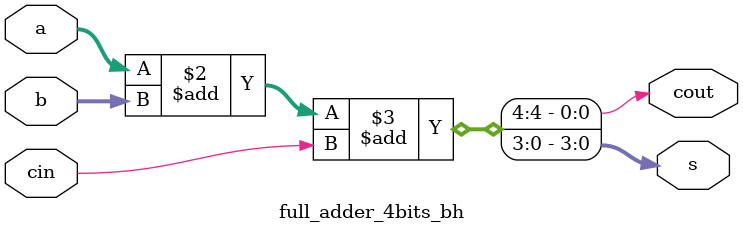
<source format=v>
module full_adder_4bits_bh(s,cout,a,b,cin);
input [3:0] a,b;
input cin;
output reg [3:0] s;
output reg cout;

always@(a,b,cin) 
    {cout,s} = a+b+cin;

endmodule

</source>
